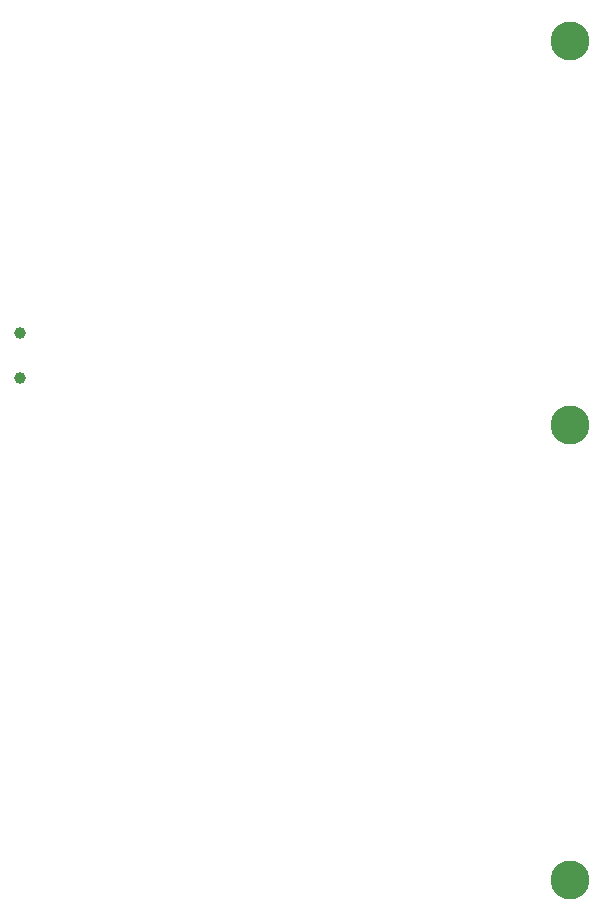
<source format=gbr>
%TF.GenerationSoftware,Altium Limited,Altium Designer,18.1.9 (240)*%
G04 Layer_Color=0*
%FSLAX26Y26*%
%MOIN*%
%TF.FileFunction,NonPlated,1,2,NPTH,Drill*%
%TF.Part,Single*%
G01*
G75*
%TA.AperFunction,ComponentDrill*%
%ADD131C,0.039370*%
%ADD132C,0.129921*%
D131*
X9925000Y4800000D02*
D03*
Y4650000D02*
D03*
D132*
X11757441Y2978740D02*
D03*
Y4494488D02*
D03*
Y5774016D02*
D03*
%TF.MD5,4a74dde976f880f829fb655dc6b2e42f*%
M02*

</source>
